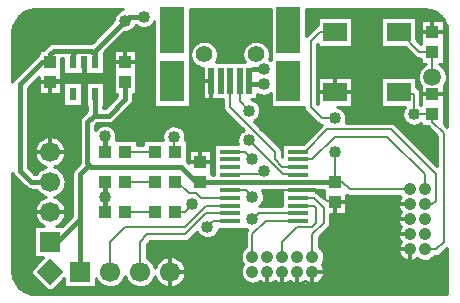
<source format=gbr>
G04 DipTrace Beta 2.9.0.0*
G04 Top.gbr*
%MOIN*%
G04 #@! TF.FileFunction,Copper,L1,Top*
G04 #@! TF.Part,Single*
%AMOUTLINE0*5,1,4,0,0,0.088583,-2E-6.0*%
G04 #@! TA.AperFunction,Conductor,NotC*
%ADD13C,0.015*%
%ADD14C,0.008*%
G04 #@! TA.AperFunction,CopperBalancing*
%ADD15C,0.01*%
%ADD16C,0.012008*%
G04 #@! TA.AperFunction,SMDPad,CuDef*
%ADD17R,0.03937X0.043307*%
%ADD18R,0.043307X0.03937*%
%ADD19R,0.019685X0.088583*%
%ADD20R,0.080709X0.137795*%
%ADD21R,0.080709X0.153543*%
G04 #@! TA.AperFunction,ComponentPad*
%ADD22C,0.055118*%
%ADD23C,0.042*%
%ADD24R,0.066929X0.066929*%
%ADD25C,0.066929*%
G04 #@! TA.AperFunction,SMDPad,CuDef*
%ADD26R,0.07874X0.062992*%
%ADD27R,0.070866X0.015748*%
%ADD29R,0.023622X0.043307*%
G04 #@! TA.AperFunction,ComponentPad*
%ADD30C,0.059055*%
G04 #@! TA.AperFunction,ViaPad*
%ADD31C,0.04*%
G04 #@! TA.AperFunction,ComponentPad*
%ADD67OUTLINE0*%
%FSLAX26Y26*%
G04*
G70*
G90*
G75*
G01*
G04 Top*
%LPD*%
X228346Y397638D2*
D13*
X347638D1*
X350000Y400000D1*
X228346Y397638D2*
X0D1*
X-97638D1*
X-100000Y400000D1*
X-112500D1*
X-162500Y450000D1*
X-462500D1*
X-468996Y456496D1*
X-475000Y462500D1*
Y600000D1*
X-454576Y620424D1*
X-450000Y625000D1*
Y693701D1*
X-454576Y620424D2*
X-404576D1*
X-350000Y675000D1*
Y733071D1*
X-500000Y100000D2*
Y275382D1*
Y425492D1*
X-468996Y456496D1*
X-600000Y200000D2*
X-575382D1*
X-500000Y275382D1*
X350000Y400000D2*
D14*
X375000D1*
X400000Y375000D1*
X600000D1*
X350000Y400000D2*
Y500000D1*
Y612500D2*
X306346D1*
X268778Y650068D1*
Y868841D1*
X299937Y900000D1*
X350197D1*
X-524803Y800000D2*
D13*
Y825197D1*
X-512500Y837500D1*
X-462500D1*
X-450000Y825000D1*
Y800000D1*
X-600000D2*
Y825000D1*
X-587500Y837500D1*
X-512500D1*
X-416929Y300000D2*
Y348180D1*
Y400000D1*
Y500000D2*
Y551820D1*
Y400000D2*
D3*
X-600000Y800000D2*
X-625000D1*
X-700000Y725000D1*
Y437500D1*
X-662500Y400000D1*
X-600000D1*
X-416929Y300000D2*
D3*
X63484Y737500D2*
D14*
Y763197D1*
X75287Y775000D1*
D13*
X112500D1*
X-287500Y950000D2*
X-337500D1*
X-350000Y937500D1*
X-450000Y837500D1*
Y800000D1*
X62500Y725000D2*
X112500D1*
X228346Y372047D2*
D14*
X290453D1*
X325000Y337500D1*
X345571D1*
X350000Y333071D1*
X-487402Y800000D2*
D13*
Y762598D1*
X-512500Y737500D1*
X-595571D1*
X-600000Y733071D1*
X228346Y372047D2*
D14*
X172047D1*
X150000Y350000D1*
X350197Y700000D2*
X312533D1*
X675000Y833071D2*
Y750000D1*
X0Y500000D2*
X50000D1*
X75000Y475000D1*
X675000Y833071D2*
X630660D1*
X562795Y900936D1*
Y900000D1*
X675000Y625000D2*
Y600000D1*
X712500Y562500D1*
Y200000D1*
X687500Y175000D1*
X650000D1*
X0Y423228D2*
Y425000D1*
X100000D1*
X112500Y437500D1*
X612500Y625000D2*
Y693823D1*
X556618D1*
X562795Y700000D1*
X606379Y625000D2*
X675000D1*
X228346Y500000D2*
X250000D1*
X325000Y575000D1*
X537500D1*
X687500Y425000D1*
Y337500D1*
X675000Y325000D1*
X650000D1*
X228346Y474409D2*
X274409D1*
X350000Y550000D1*
X525000D1*
X650000Y425000D1*
Y375000D1*
X0Y372047D2*
X52953D1*
X75000Y350000D1*
X-187500Y550000D2*
Y504429D1*
X-183071Y500000D1*
X0Y346457D2*
X-96457D1*
X-112500Y362500D1*
X-137500D1*
X-175000Y400000D1*
X-183071D1*
X0Y269685D2*
X-55315D1*
X-75000Y250000D1*
X-125000Y325000D2*
X-150000Y300000D1*
X-183071D1*
X-350000Y500000D2*
X-250000D1*
X-350000Y400000D2*
X-250000D1*
X-350000Y300000D2*
X-250000D1*
X228346Y346457D2*
X278543D1*
X312500Y312500D1*
Y262500D1*
X275000Y225000D1*
Y150000D1*
X0Y320866D2*
X-79134D1*
X-150000Y250000D1*
X-350000D1*
X-400000Y200000D1*
Y100000D1*
X228346Y295276D2*
X95276D1*
X75000Y275000D1*
X228354Y269685D2*
X119685D1*
X75000Y225000D1*
Y150000D1*
X228346Y320866D2*
X279134D1*
X287500Y312500D1*
Y262500D1*
X275000Y250000D1*
X225000D1*
X175000Y200000D1*
Y150000D1*
X0Y295276D2*
X-79724D1*
X-150000Y225000D1*
X-275000D1*
X-300000Y200000D1*
Y100000D1*
X31988Y737500D2*
Y668012D1*
X62500Y637500D1*
Y537962D2*
X175462Y425000D1*
X226575D1*
X228346Y423228D1*
Y448819D2*
X227165Y450000D1*
X175000D1*
X150000Y475000D1*
Y500000D1*
X492Y649508D1*
Y737500D1*
D31*
X350000Y500000D3*
Y612500D3*
X-416929Y551820D3*
Y348180D3*
D3*
X112500Y775000D3*
X-287500Y950000D3*
X112500Y725000D3*
X-350000Y937500D3*
X75000Y475000D3*
D3*
X112500Y437500D3*
X612500Y625000D3*
X75000Y350000D3*
X-187500Y550000D3*
X-75000Y250000D3*
X-125000Y325000D3*
X75000Y275000D3*
X62500Y637500D3*
Y537962D3*
X-100000Y537500D3*
X-600000Y662500D3*
X350000Y262500D3*
X-350000Y875000D3*
X-87500Y906251D3*
X150000Y350000D3*
X312533Y800084D3*
X-600000Y925000D3*
X475000Y700000D3*
X675000Y950000D3*
X187500Y625000D3*
X-300000Y562500D3*
Y662500D3*
X-685484Y965131D2*
D15*
X-377641D1*
X-133609D2*
X134703D1*
X254203D2*
X685484D1*
X-698766Y955262D2*
X-384984D1*
X-133609D2*
X134703D1*
X254203D2*
X698766D1*
X-707672Y945394D2*
X-388578D1*
X-133609D2*
X134703D1*
X254203D2*
X291422D1*
X408891D2*
X504078D1*
X621547D2*
X707672D1*
X-714547Y935525D2*
X-389516D1*
X-133609D2*
X134703D1*
X254203D2*
X291422D1*
X408891D2*
X504078D1*
X621547D2*
X635953D1*
X-718609Y925656D2*
X-399516D1*
X-133609D2*
X134703D1*
X254203D2*
X291422D1*
X408891D2*
X504078D1*
X621547D2*
X635953D1*
X-721734Y915787D2*
X-409359D1*
X-317359D2*
X-305922D1*
X-269078D2*
X-253109D1*
X-133609D2*
X134703D1*
X254203D2*
X282984D1*
X408891D2*
X504078D1*
X621547D2*
X635953D1*
X714047D2*
X721734D1*
X-722984Y905919D2*
X-419203D1*
X-327203D2*
X-253109D1*
X-133609D2*
X134703D1*
X254203D2*
X273141D1*
X408891D2*
X504078D1*
X621547D2*
X635953D1*
X714047D2*
X722984D1*
X-723922Y896050D2*
X-429047D1*
X-353766D2*
X-253109D1*
X-133609D2*
X134703D1*
X254203D2*
X263297D1*
X408891D2*
X504078D1*
X621547D2*
X635953D1*
X714047D2*
X723922D1*
X-723922Y886181D2*
X-438891D1*
X-363766D2*
X-253109D1*
X-133609D2*
X134703D1*
X408891D2*
X504078D1*
X621547D2*
X635953D1*
X714047D2*
X723922D1*
X-723922Y876312D2*
X-448734D1*
X-373609D2*
X-253109D1*
X-133609D2*
X134703D1*
X408891D2*
X504078D1*
X621547D2*
X635953D1*
X714047D2*
X723922D1*
X-723922Y866444D2*
X-458734D1*
X-383453D2*
X-253109D1*
X-133609D2*
X-107016D1*
X-65172D2*
X66266D1*
X107953D2*
X134703D1*
X408891D2*
X504078D1*
X629984D2*
X635953D1*
X714047D2*
X723922D1*
X-723922Y856575D2*
X-606078D1*
X-393297D2*
X-253109D1*
X-133609D2*
X-120453D1*
X-51734D2*
X52672D1*
X121547D2*
X134703D1*
X408891D2*
X504078D1*
X714047D2*
X723922D1*
X-723922Y846706D2*
X-615922D1*
X-403141D2*
X-253109D1*
X-133609D2*
X-127652D1*
X-44547D2*
X45641D1*
X128578D2*
X134703D1*
X292172D2*
X584391D1*
X714047D2*
X723922D1*
X-723922Y836837D2*
X-639047D1*
X-412984D2*
X-389047D1*
X-310953D2*
X-253109D1*
X-40641D2*
X41734D1*
X292172D2*
X594234D1*
X714047D2*
X723922D1*
X-723922Y826969D2*
X-639047D1*
X-418766D2*
X-389047D1*
X-310953D2*
X-253109D1*
X-39234D2*
X40172D1*
X292172D2*
X604078D1*
X714047D2*
X723922D1*
X-723922Y817100D2*
X-645453D1*
X-418766D2*
X-389047D1*
X-310953D2*
X-253109D1*
X-39859D2*
X40797D1*
X292172D2*
X613922D1*
X714047D2*
X723922D1*
X-723922Y807231D2*
X-655453D1*
X-418766D2*
X-389047D1*
X-310953D2*
X-253109D1*
X-42828D2*
X43766D1*
X292172D2*
X635953D1*
X714047D2*
X723922D1*
X-723922Y797362D2*
X-665297D1*
X-418766D2*
X-389047D1*
X-310953D2*
X-253109D1*
X-133609D2*
X-123891D1*
X292172D2*
X635953D1*
X714047D2*
X723922D1*
X-723922Y787493D2*
X-675141D1*
X-418766D2*
X-389047D1*
X-310953D2*
X-253109D1*
X-133609D2*
X-113578D1*
X292172D2*
X644234D1*
X705766D2*
X723922D1*
X-723922Y777625D2*
X-684984D1*
X-418766D2*
X-389047D1*
X-310953D2*
X-253109D1*
X-133609D2*
X-91703D1*
X292172D2*
X634859D1*
X715141D2*
X723922D1*
X-723922Y767756D2*
X-694828D1*
X-418766D2*
X-389047D1*
X-310953D2*
X-253109D1*
X-133609D2*
X-91703D1*
X292172D2*
X629547D1*
X-723922Y757887D2*
X-704672D1*
X-560953D2*
X-389047D1*
X-310953D2*
X-253109D1*
X-133609D2*
X-91703D1*
X292172D2*
X626734D1*
X-723922Y748018D2*
X-714672D1*
X-560953D2*
X-389047D1*
X-310953D2*
X-253109D1*
X-133609D2*
X-91703D1*
X408891D2*
X504078D1*
X-649234Y738150D2*
X-639047D1*
X-560953D2*
X-389047D1*
X-310953D2*
X-253109D1*
X-133609D2*
X-91703D1*
X408891D2*
X504078D1*
X621547D2*
X627671D1*
X-659078Y728281D2*
X-639047D1*
X-493609D2*
X-481234D1*
X-418766D2*
X-389047D1*
X-310953D2*
X-253109D1*
X-133609D2*
X-91703D1*
X408891D2*
X504078D1*
X621547D2*
X631266D1*
X718734D2*
X723886D1*
X-668922Y718412D2*
X-639047D1*
X-493609D2*
X-481234D1*
X-418766D2*
X-389047D1*
X-310953D2*
X-253109D1*
X-133609D2*
X-91703D1*
X408891D2*
X504078D1*
X621547D2*
X635953D1*
X714047D2*
X723922D1*
X-673141Y708543D2*
X-639047D1*
X-493609D2*
X-481234D1*
X-418766D2*
X-389047D1*
X-310953D2*
X-253109D1*
X-133609D2*
X-91703D1*
X408891D2*
X504078D1*
X630297D2*
X635953D1*
X714047D2*
X723922D1*
X-673141Y698675D2*
X-639047D1*
X-493609D2*
X-481234D1*
X-418766D2*
X-389047D1*
X-310953D2*
X-253109D1*
X-133609D2*
X-91703D1*
X408891D2*
X504078D1*
X714047D2*
X723922D1*
X-673141Y688806D2*
X-556078D1*
X-493609D2*
X-481234D1*
X-418766D2*
X-376859D1*
X-323141D2*
X-253109D1*
X-133609D2*
X-91703D1*
X92797D2*
X98615D1*
X126234D2*
X134703D1*
X408891D2*
X504078D1*
X714047D2*
X723922D1*
X-673141Y678937D2*
X-556078D1*
X-493609D2*
X-481234D1*
X-418766D2*
X-383734D1*
X-323141D2*
X-253109D1*
X-133609D2*
X-91703D1*
X92797D2*
X134703D1*
X408891D2*
X504078D1*
X714047D2*
X723922D1*
X-673141Y669068D2*
X-556078D1*
X-493609D2*
X-481234D1*
X-418766D2*
X-393578D1*
X-323766D2*
X-253109D1*
X-133609D2*
X-22953D1*
X85297D2*
X134703D1*
X408891D2*
X504078D1*
X714047D2*
X723922D1*
X-673141Y659199D2*
X-556078D1*
X-493609D2*
X-481234D1*
X-418766D2*
X-403422D1*
X-328453D2*
X-253109D1*
X-133609D2*
X-22953D1*
X95141D2*
X134703D1*
X408891D2*
X504078D1*
X714047D2*
X723922D1*
X-673141Y649331D2*
X-476859D1*
X-423141D2*
X-413266D1*
X-337984D2*
X-22953D1*
X99984D2*
X245328D1*
X361859D2*
X581734D1*
X714047D2*
X723922D1*
X-673141Y639462D2*
X-476859D1*
X-347984D2*
X-20453D1*
X101859D2*
X247984D1*
X378266D2*
X575953D1*
X714047D2*
X723922D1*
X-673141Y629593D2*
X-482953D1*
X-357828D2*
X-12328D1*
X101078D2*
X256578D1*
X385453D2*
X573453D1*
X714047D2*
X723922D1*
X-673141Y619724D2*
X-492953D1*
X-367672D2*
X-2328D1*
X97484D2*
X266422D1*
X388734D2*
X573453D1*
X714047D2*
X723922D1*
X-673141Y609856D2*
X-499984D1*
X-377516D2*
X7516D1*
X90141D2*
X276266D1*
X389359D2*
X576266D1*
X714047D2*
X723922D1*
X-673141Y599987D2*
X-501859D1*
X-387672D2*
X17359D1*
X82641D2*
X286266D1*
X387328D2*
X582359D1*
X714047D2*
X723922D1*
X-673141Y590118D2*
X-501859D1*
X-447203D2*
X-420609D1*
X-413354D2*
X27203D1*
X92484D2*
X304703D1*
X554984D2*
X595484D1*
X629516D2*
X635953D1*
X717484D2*
X723867D1*
X-673141Y580249D2*
X-501859D1*
X-390172D2*
X-212172D1*
X-162828D2*
X37047D1*
X102484D2*
X297516D1*
X564984D2*
X662047D1*
X-673141Y570381D2*
X-501859D1*
X-382359D2*
X-221078D1*
X-153922D2*
X40953D1*
X112328D2*
X287672D1*
X574828D2*
X671891D1*
X-673141Y560512D2*
X-501859D1*
X-378609D2*
X-225453D1*
X-149547D2*
X30484D1*
X122172D2*
X277828D1*
X584672D2*
X681891D1*
X-673141Y550643D2*
X-612172D1*
X-587828D2*
X-501859D1*
X-377516D2*
X-226859D1*
X-148141D2*
X25328D1*
X132016D2*
X267984D1*
X594516D2*
X689078D1*
X-673141Y540774D2*
X-633109D1*
X-566891D2*
X-501859D1*
X-379234D2*
X-225766D1*
X-149234D2*
X23141D1*
X141859D2*
X258141D1*
X604359D2*
X689078D1*
X-673141Y530906D2*
X-642641D1*
X-557359D2*
X-501859D1*
X-308922D2*
X-291078D1*
X-142047D2*
X23766D1*
X151703D2*
X248297D1*
X614203D2*
X689078D1*
X-673141Y521037D2*
X-648422D1*
X-551578D2*
X-501859D1*
X-142047D2*
X-54828D1*
X161703D2*
X173453D1*
X624203D2*
X689078D1*
X-673141Y511168D2*
X-651703D1*
X-548297D2*
X-501859D1*
X-142047D2*
X-54828D1*
X634047D2*
X689078D1*
X-673141Y501299D2*
X-652797D1*
X-547203D2*
X-501859D1*
X-60953D2*
X-54828D1*
X643891D2*
X689078D1*
X-673141Y491430D2*
X-652172D1*
X-547828D2*
X-501859D1*
X-60953D2*
X-54828D1*
X653734D2*
X689078D1*
X-673141Y481562D2*
X-649516D1*
X-550484D2*
X-501859D1*
X-60953D2*
X-54828D1*
X663578D2*
X689078D1*
X-673141Y471693D2*
X-644516D1*
X-555484D2*
X-501859D1*
X-60953D2*
X-54828D1*
X673422D2*
X689078D1*
X-673141Y461824D2*
X-636078D1*
X-563922D2*
X-501859D1*
X-60953D2*
X-54828D1*
X683266D2*
X689078D1*
X-673141Y451955D2*
X-620453D1*
X-579547D2*
X-511078D1*
X-60953D2*
X-54828D1*
X-667047Y442087D2*
X-631234D1*
X-568766D2*
X-520922D1*
X-60953D2*
X-54828D1*
X-657047Y432218D2*
X-641703D1*
X-558297D2*
X-526078D1*
X-60953D2*
X-54828D1*
X-552203Y422349D2*
X-526859D1*
X-723922Y412480D2*
X-712641D1*
X-548609D2*
X-526859D1*
X-723922Y402612D2*
X-702797D1*
X-547203D2*
X-526859D1*
X-723922Y392743D2*
X-692797D1*
X-547672D2*
X-526859D1*
X-723922Y382874D2*
X-682953D1*
X-550016D2*
X-526859D1*
X-723922Y373005D2*
X-645297D1*
X-554703D2*
X-526859D1*
X-723922Y363136D2*
X-637484D1*
X-562516D2*
X-526859D1*
X112016D2*
X173453D1*
X294516D2*
X310953D1*
X-723922Y353268D2*
X-623422D1*
X-576578D2*
X-526859D1*
X114203D2*
X173453D1*
X304359D2*
X310953D1*
X-723922Y343399D2*
X-629359D1*
X-570641D2*
X-526859D1*
X113891D2*
X173453D1*
X389047D2*
X564234D1*
X-723922Y333530D2*
X-640609D1*
X-559391D2*
X-526859D1*
X110609D2*
X173453D1*
X389047D2*
X560484D1*
X-723922Y323661D2*
X-647172D1*
X-552828D2*
X-526859D1*
X103891D2*
X173453D1*
X389047D2*
X559703D1*
X-723922Y313793D2*
X-650922D1*
X-549078D2*
X-526859D1*
X389047D2*
X561266D1*
X-723922Y303924D2*
X-652641D1*
X-547359D2*
X-526859D1*
X389047D2*
X565797D1*
X-723922Y294055D2*
X-652484D1*
X-547516D2*
X-526859D1*
X389047D2*
X564547D1*
X-723922Y284186D2*
X-650453D1*
X-549547D2*
X-528891D1*
X335922D2*
X560641D1*
X-723922Y274318D2*
X-646078D1*
X-553922D2*
X-538734D1*
X335922D2*
X559547D1*
X-723922Y264449D2*
X-638734D1*
X-561266D2*
X-548578D1*
X335922D2*
X561109D1*
X-723922Y254580D2*
X-626078D1*
X-573922D2*
X-558422D1*
X334516D2*
X565328D1*
X-723922Y244711D2*
X-652797D1*
X327328D2*
X564859D1*
X-723922Y234843D2*
X-652797D1*
X-38766D2*
X53922D1*
X317484D2*
X560797D1*
X-723922Y224974D2*
X-652797D1*
X-117359D2*
X-105141D1*
X-44859D2*
X51578D1*
X307641D2*
X559547D1*
X-723922Y215105D2*
X-652797D1*
X-127203D2*
X-92016D1*
X-57984D2*
X51578D1*
X298422D2*
X560797D1*
X-723922Y205236D2*
X-652797D1*
X-138453D2*
X51578D1*
X298422D2*
X564859D1*
X-723922Y195367D2*
X-652797D1*
X-271891D2*
X51578D1*
X298422D2*
X565328D1*
X-723922Y185499D2*
X-652797D1*
X-276578D2*
X51578D1*
X298422D2*
X561109D1*
X-723922Y175630D2*
X-652797D1*
X-276578D2*
X44078D1*
X305922D2*
X559547D1*
X-723922Y165761D2*
X-652797D1*
X-276578D2*
X37828D1*
X312172D2*
X560641D1*
X710922D2*
X723922D1*
X-723922Y155892D2*
X-652797D1*
X-276578D2*
X35016D1*
X314984D2*
X564547D1*
X700141D2*
X723922D1*
X-723922Y146024D2*
X-625297D1*
X-275172D2*
X-224828D1*
X-175172D2*
X34859D1*
X315141D2*
X572359D1*
X677641D2*
X723922D1*
X-723922Y136155D2*
X-635141D1*
X-261891D2*
X-238109D1*
X-161891D2*
X37047D1*
X312953D2*
X592516D1*
X607484D2*
X642516D1*
X657484D2*
X723922D1*
X-723922Y126286D2*
X-644984D1*
X-254234D2*
X-245766D1*
X-154234D2*
X42516D1*
X307484D2*
X723922D1*
X-723922Y116417D2*
X-654828D1*
X-149859D2*
X38141D1*
X311859D2*
X723922D1*
X-723922Y106549D2*
X-662484D1*
X-147516D2*
X35172D1*
X314828D2*
X723922D1*
X-723297Y96680D2*
X-663422D1*
X-147203D2*
X34703D1*
X315297D2*
X723922D1*
X-722047Y86811D2*
X-658109D1*
X-148922D2*
X36891D1*
X313109D2*
X723922D1*
X-719703Y76942D2*
X-648266D1*
X-352516D2*
X-347464D1*
X-252516D2*
X-247464D1*
X-152516D2*
X42047D1*
X307953D2*
X723922D1*
X-715641Y67073D2*
X-638422D1*
X-561578D2*
X-552797D1*
X-447203D2*
X-441128D1*
X-358922D2*
X-341078D1*
X-258922D2*
X-241078D1*
X-158922D2*
X52359D1*
X297641D2*
X723922D1*
X-709547Y57205D2*
X-628578D1*
X-571422D2*
X-552797D1*
X-447203D2*
X-430297D1*
X-369703D2*
X-330297D1*
X-269703D2*
X-230297D1*
X-169703D2*
X723922D1*
X-702047Y47336D2*
X-618578D1*
X-581422D2*
X723922D1*
X-689234Y37467D2*
X-603422D1*
X-596667D2*
X723922D1*
X-667047Y27598D2*
X723922D1*
X713077Y651764D2*
Y593639D1*
X724974Y581694D1*
X725000Y898343D1*
X722230Y919406D1*
X714765Y937395D1*
X713077Y937045D1*
Y793025D1*
X697296D1*
X698170Y791946D1*
X702413Y789304D1*
X706357Y786235D1*
X709961Y782772D1*
X713184Y778953D1*
X715992Y774819D1*
X718354Y770414D1*
X720244Y765788D1*
X721643Y760990D1*
X722533Y756072D1*
X722920Y750000D1*
X722659Y745009D1*
X721880Y740072D1*
X720591Y735244D1*
X718806Y730576D1*
X716545Y726119D1*
X713146Y721070D1*
X713077Y659975D1*
X713046Y651883D1*
X658546Y584954D2*
X636923D1*
Y595423D1*
X631873Y591854D1*
X627404Y589619D1*
X622683Y587983D1*
X617789Y586974D1*
X612806Y586609D1*
X607818Y586894D1*
X602909Y587825D1*
X598162Y589386D1*
X593659Y591549D1*
X589474Y594279D1*
X585679Y597530D1*
X582339Y601246D1*
X579510Y605364D1*
X577239Y609814D1*
X575565Y614522D1*
X574517Y619408D1*
X574113Y624388D1*
X574358Y629378D1*
X575250Y634294D1*
X576772Y639053D1*
X578900Y643574D1*
X583509Y650049D1*
X505033Y650112D1*
Y749888D1*
X620558D1*
Y714732D1*
X626267Y711483D1*
X629836Y707997D1*
X632544Y703806D1*
X634257Y699120D1*
X634892Y693823D1*
X635033Y656084D1*
X636836Y654589D1*
X636923Y665046D1*
Y720915D1*
X633729Y725649D1*
X631417Y730079D1*
X629579Y734727D1*
X628236Y739541D1*
X627401Y744468D1*
X627083Y749456D1*
X627287Y754449D1*
X628010Y759395D1*
X629244Y764238D1*
X630976Y768926D1*
X633187Y773408D1*
X635852Y777636D1*
X638943Y781563D1*
X642427Y785146D1*
X646264Y788348D1*
X652485Y792228D1*
X648077Y793025D1*
X636923D1*
Y810681D1*
X630660Y810679D1*
X625702Y811235D1*
X620989Y812875D1*
X616646Y815628D1*
X604220Y827844D1*
X582012Y850051D1*
X505033Y850112D1*
Y949888D1*
X620558D1*
Y874732D1*
X636855Y858544D1*
X637079Y873116D1*
X636923Y878954D1*
Y940045D1*
X712704D1*
X702880Y952882D1*
X687391Y964767D1*
X669354Y972236D1*
X648373Y974997D1*
X253136Y974987D1*
Y884830D1*
X284103Y915834D1*
X288143Y919015D1*
X290100Y920097D1*
X292435Y925112D1*
Y949888D1*
X407959D1*
Y850112D1*
X292435D1*
Y860893D1*
X291170Y858841D1*
Y659310D1*
X292435Y658112D1*
Y749888D1*
X407959D1*
Y650112D1*
X357678D1*
X363768Y648339D1*
X368305Y646247D1*
X372533Y643584D1*
X376379Y640394D1*
X379778Y636732D1*
X382673Y632660D1*
X385014Y628246D1*
X386763Y623566D1*
X387889Y618698D1*
X388392Y612500D1*
X388067Y607514D1*
X387097Y602613D1*
X385293Y597458D1*
X537500Y597392D1*
X542459Y596836D1*
X547171Y595196D1*
X551514Y592443D1*
X563940Y580227D1*
X690004Y454163D1*
X690108Y490000D1*
Y553281D1*
X659069Y584288D1*
X311959Y359954D2*
X311923Y371673D1*
X282169Y371746D1*
X282016Y371371D1*
X282172Y369313D1*
Y368532D1*
X288214Y366653D1*
X292557Y363900D1*
X304984Y351684D1*
X311923Y345025D1*
Y359931D1*
X388077Y356023D2*
Y293025D1*
X334921D1*
X334892Y262500D1*
X334336Y257541D1*
X332696Y252829D1*
X329943Y248486D1*
X317727Y236060D1*
X297287Y215620D1*
X297392Y182344D1*
X301723Y178942D1*
X305172Y175326D1*
X308135Y171303D1*
X310565Y166937D1*
X312423Y162299D1*
X313679Y157463D1*
X314392Y150000D1*
X314075Y145013D1*
X313130Y140107D1*
X311571Y135360D1*
X309423Y130848D1*
X305417Y125090D1*
X309173Y119594D1*
X311751Y114182D1*
X313477Y108442D1*
X314312Y102506D1*
X314189Y96007D1*
X313130Y90107D1*
X311187Y84436D1*
X308407Y79126D1*
X304853Y74299D1*
X300608Y70067D1*
X295770Y66528D1*
X290451Y63764D1*
X284774Y61840D1*
X278871Y60799D1*
X272878Y60665D1*
X266934Y61442D1*
X261178Y63113D1*
X255741Y65637D1*
X250750Y68957D1*
X249840Y69427D1*
X244913Y66012D1*
X239526Y63384D1*
X233802Y61604D1*
X227874Y60713D1*
X221880Y60732D1*
X215958Y61660D1*
X210246Y63475D1*
X204875Y66137D1*
X199994Y69563D1*
X194913Y66012D1*
X189526Y63384D1*
X183802Y61604D1*
X177874Y60713D1*
X171880Y60732D1*
X165958Y61660D1*
X160246Y63475D1*
X154875Y66137D1*
X149994Y69563D1*
X144913Y66012D1*
X139526Y63384D1*
X133802Y61604D1*
X127874Y60713D1*
X121880Y60732D1*
X115958Y61660D1*
X110246Y63475D1*
X104875Y66137D1*
X99994Y69563D1*
X95770Y66528D1*
X91365Y64168D1*
X86698Y62385D1*
X81842Y61207D1*
X76876Y60653D1*
X71880Y60732D1*
X66934Y61442D1*
X62118Y62774D1*
X57510Y64704D1*
X53182Y67202D1*
X49206Y70228D1*
X45645Y73732D1*
X42555Y77660D1*
X39988Y81946D1*
X37985Y86524D1*
X36577Y91318D1*
X35787Y96252D1*
X35628Y101246D1*
X36102Y106220D1*
X37202Y111094D1*
X38911Y115789D1*
X41200Y120231D1*
X44553Y124929D1*
X39988Y131946D1*
X37985Y136524D1*
X36577Y141318D1*
X35787Y146252D1*
X35628Y151246D1*
X36102Y156220D1*
X37202Y161094D1*
X38911Y165789D1*
X41200Y170231D1*
X44033Y174347D1*
X47364Y178071D1*
X52570Y182295D1*
X52720Y227236D1*
X53768Y232114D1*
X55966Y236762D1*
X56159Y241549D1*
X53412Y243341D1*
X-37268Y243419D1*
X-37903Y240113D1*
X-39501Y235379D1*
X-41701Y230892D1*
X-44464Y226730D1*
X-47745Y222961D1*
X-51487Y219651D1*
X-55627Y216854D1*
X-60096Y214619D1*
X-64817Y212983D1*
X-69711Y211974D1*
X-74694Y211609D1*
X-79682Y211894D1*
X-84591Y212825D1*
X-89338Y214386D1*
X-93841Y216549D1*
X-98026Y219279D1*
X-101821Y222530D1*
X-105161Y226246D1*
X-107990Y230364D1*
X-109853Y233480D1*
X-134166Y209166D1*
X-138066Y206053D1*
X-142558Y203881D1*
X-147575Y202756D1*
X-165000Y202608D1*
X-265781D1*
X-277617Y190715D1*
X-277608Y146719D1*
X-271119Y143070D1*
X-263400Y136737D1*
X-257038Y129042D1*
X-252269Y120270D1*
X-250023Y113617D1*
X-248015Y119589D1*
X-244942Y125872D1*
X-241051Y131685D1*
X-236413Y136921D1*
X-231113Y141486D1*
X-225247Y145296D1*
X-218922Y148281D1*
X-212252Y150389D1*
X-205359Y151579D1*
X-198369Y151831D1*
X-191409Y151140D1*
X-184605Y149519D1*
X-178080Y146996D1*
X-171955Y143619D1*
X-166340Y139448D1*
X-161338Y134559D1*
X-157038Y129042D1*
X-153521Y122996D1*
X-150849Y116532D1*
X-149071Y109767D1*
X-148220Y102824D1*
X-148298Y96004D1*
X-149306Y89082D1*
X-151236Y82359D1*
X-154054Y75957D1*
X-157707Y69993D1*
X-162130Y64574D1*
X-167242Y59800D1*
X-172951Y55757D1*
X-179151Y52519D1*
X-185730Y50145D1*
X-192569Y48678D1*
X-199544Y48145D1*
X-206526Y48556D1*
X-213390Y49902D1*
X-220011Y52160D1*
X-226267Y55288D1*
X-232045Y59230D1*
X-237240Y63913D1*
X-241758Y69253D1*
X-245516Y75152D1*
X-248446Y81504D1*
X-249993Y86224D1*
X-251953Y80492D1*
X-256582Y71646D1*
X-262821Y63850D1*
X-270438Y57395D1*
X-279151Y52519D1*
X-288637Y49404D1*
X-298544Y48164D1*
X-308505Y48846D1*
X-318151Y51424D1*
X-327124Y55803D1*
X-335092Y61820D1*
X-341758Y69253D1*
X-346877Y77826D1*
X-349937Y86175D1*
X-351953Y80492D1*
X-356582Y71646D1*
X-362821Y63850D1*
X-370438Y57395D1*
X-379151Y52519D1*
X-388637Y49404D1*
X-398544Y48164D1*
X-408505Y48846D1*
X-418151Y51424D1*
X-427124Y55803D1*
X-435092Y61820D1*
X-441758Y69253D1*
X-446877Y77826D1*
X-448135Y80855D1*
X-448143Y48143D1*
X-551857D1*
Y77987D1*
X-586995Y42703D1*
X-590965Y39689D1*
X-595598Y37851D1*
X-600555Y37325D1*
X-605471Y38149D1*
X-610898Y40893D1*
X-620076Y49775D1*
X-657297Y86995D1*
X-660311Y90965D1*
X-662149Y95598D1*
X-662675Y100555D1*
X-661851Y105471D1*
X-659107Y110898D1*
X-650225Y120076D1*
X-622052Y148250D1*
X-651857Y148143D1*
Y251857D1*
X-619200D1*
X-625400Y254790D1*
X-631253Y258619D1*
X-636538Y263202D1*
X-641157Y268453D1*
X-645028Y274279D1*
X-648080Y280573D1*
X-650257Y287220D1*
X-651520Y294100D1*
X-651845Y301087D1*
X-651227Y308055D1*
X-649677Y314875D1*
X-647224Y321426D1*
X-643911Y327586D1*
X-639799Y333244D1*
X-634963Y338298D1*
X-629491Y342655D1*
X-623482Y346235D1*
X-617046Y348975D1*
X-613734Y350003D1*
X-622743Y353397D1*
X-631253Y358619D1*
X-638604Y365376D1*
X-644524Y373416D1*
X-645000Y374108D1*
X-662500D1*
X-667469Y374589D1*
X-672253Y376015D1*
X-676675Y378333D1*
X-680809Y381691D1*
X-718309Y419191D1*
X-721482Y423045D1*
X-723499Y426664D1*
X-724999Y428688D1*
X-725000Y101682D1*
X-722230Y80594D1*
X-714764Y62605D1*
X-702879Y47117D1*
X-687390Y35232D1*
X-669353Y27762D1*
X-648372Y25001D1*
X724903Y25000D1*
X725000Y120000D1*
X724798Y180631D1*
X703334Y159166D1*
X699434Y156053D1*
X694942Y153881D1*
X689925Y152756D1*
X682344Y152608D1*
X678510Y147817D1*
X674840Y144427D1*
X670770Y141528D1*
X666365Y139168D1*
X661698Y137385D1*
X656842Y136207D1*
X651876Y135653D1*
X646880Y135732D1*
X641934Y136442D1*
X637118Y137774D1*
X632510Y139704D1*
X628182Y142202D1*
X624840Y144427D1*
X619913Y141012D1*
X614526Y138384D1*
X608802Y136604D1*
X602874Y135713D1*
X596880Y135732D1*
X590958Y136660D1*
X585246Y138475D1*
X579875Y141137D1*
X574970Y144582D1*
X570645Y148732D1*
X566999Y153490D1*
X564117Y158747D1*
X562067Y164379D1*
X560894Y170258D1*
X560628Y176246D1*
X561272Y182205D1*
X562814Y187998D1*
X565217Y193489D1*
X568425Y198553D1*
X569563Y200003D1*
X565950Y205193D1*
X563339Y210589D1*
X561577Y216318D1*
X560704Y222248D1*
X560742Y228242D1*
X561688Y234161D1*
X563522Y239868D1*
X566200Y245231D1*
X569563Y250003D1*
X565950Y255193D1*
X563339Y260589D1*
X561577Y266318D1*
X560704Y272248D1*
X560742Y278242D1*
X561688Y284161D1*
X563522Y289868D1*
X566200Y295231D1*
X569563Y300003D1*
X565950Y305193D1*
X563339Y310589D1*
X561577Y316318D1*
X560704Y322248D1*
X560742Y328242D1*
X561688Y334161D1*
X563522Y339868D1*
X566200Y345231D1*
X569563Y350003D1*
X565000Y352608D1*
X400000D1*
X395041Y353164D1*
X390197Y354886D1*
X388238Y355966D1*
X-61923Y426764D2*
X-57638Y423530D1*
X-53732D1*
X-53825Y475085D1*
Y526266D1*
X26019D1*
X24517Y532369D1*
X24113Y537350D1*
X24358Y542340D1*
X25250Y547256D1*
X26772Y552015D1*
X28900Y556536D1*
X31597Y560742D1*
X34817Y564563D1*
X38506Y567932D1*
X42601Y570795D1*
X45778Y572555D1*
X-15342Y633674D1*
X-18455Y637574D1*
X-20627Y642065D1*
X-21751Y647083D1*
X-21900Y664508D1*
Y674664D1*
X-37769Y674816D1*
X-59238Y674972D1*
X-61265Y674816D1*
X-90735D1*
Y779285D1*
X-98776Y780845D1*
X-103499Y782481D1*
X-108016Y784619D1*
X-112273Y787236D1*
X-116222Y790299D1*
X-119814Y793773D1*
X-123008Y797617D1*
X-125766Y801785D1*
X-128055Y806227D1*
X-129848Y810892D1*
X-131123Y815724D1*
X-131867Y820666D1*
X-132069Y825660D1*
X-131728Y830646D1*
X-130847Y835565D1*
X-129437Y840360D1*
X-127515Y844973D1*
X-125104Y849350D1*
X-122231Y853439D1*
X-118931Y857192D1*
X-115243Y860565D1*
X-111211Y863517D1*
X-106882Y866014D1*
X-102307Y868026D1*
X-97541Y869529D1*
X-92640Y870506D1*
X-87662Y870945D1*
X-82665Y870841D1*
X-77710Y870194D1*
X-72854Y869014D1*
X-68154Y867312D1*
X-63668Y865111D1*
X-59447Y862436D1*
X-55541Y859317D1*
X-51998Y855794D1*
X-48858Y851906D1*
X-46158Y847700D1*
X-43931Y843226D1*
X-42204Y838537D1*
X-40996Y833687D1*
X-40171Y825020D1*
X-40443Y820030D1*
X-41255Y815098D1*
X-42597Y810285D1*
X-44455Y805645D1*
X-47597Y800074D1*
X-34735Y800183D1*
X28727Y800027D1*
X35250Y800183D1*
X48531D1*
X45173Y806227D1*
X43381Y810892D1*
X42105Y815724D1*
X41362Y820666D1*
X41160Y825660D1*
X41501Y830646D1*
X42381Y835565D1*
X43791Y840360D1*
X45713Y844973D1*
X48125Y849350D1*
X50998Y853439D1*
X54297Y857192D1*
X57985Y860565D1*
X62018Y863517D1*
X66347Y866014D1*
X70921Y868026D1*
X75687Y869529D1*
X80589Y870506D1*
X85567Y870945D1*
X90563Y870841D1*
X95519Y870194D1*
X100375Y869014D1*
X105074Y867312D1*
X109560Y865111D1*
X113781Y862436D1*
X117687Y859317D1*
X121231Y855794D1*
X124371Y851906D1*
X127070Y847700D1*
X129297Y843226D1*
X131024Y838537D1*
X132233Y833687D1*
X133057Y825020D1*
X132786Y820030D1*
X131974Y815098D1*
X130108Y808980D1*
X135033Y806084D1*
X135634Y805586D1*
X135800Y824790D1*
X135643Y854659D1*
Y975128D1*
X108690Y974999D1*
X-134659Y974987D1*
X-134815Y809659D1*
X-134659Y779790D1*
Y650210D1*
X-252152D1*
X-251996Y824790D1*
X-252152Y854659D1*
Y935128D1*
X-254201Y930892D1*
X-256964Y926730D1*
X-260245Y922961D1*
X-263987Y919651D1*
X-268127Y916854D1*
X-272596Y914619D1*
X-277317Y912983D1*
X-282211Y911974D1*
X-287194Y911609D1*
X-292182Y911894D1*
X-297091Y912825D1*
X-301838Y914386D1*
X-306341Y916549D1*
X-310526Y919279D1*
X-314634Y922878D1*
X-316701Y918392D1*
X-319464Y914230D1*
X-322745Y910461D1*
X-326487Y907151D1*
X-330627Y904354D1*
X-335096Y902119D1*
X-339817Y900483D1*
X-344711Y899474D1*
X-351720Y899225D1*
X-419748Y831135D1*
X-419797Y759954D1*
X-555006D1*
Y811673D1*
X-562031Y811608D1*
X-561923Y772116D1*
Y693025D1*
X-638077D1*
Y750306D1*
X-674198Y714185D1*
X-674108Y610000D1*
Y448281D1*
X-651750Y425867D1*
X-644844Y425892D1*
X-642242Y430079D1*
X-635695Y437617D1*
X-627824Y443760D1*
X-618922Y448281D1*
X-613729Y449985D1*
X-620929Y452554D1*
X-627124Y455803D1*
X-632825Y459855D1*
X-637929Y464638D1*
X-642343Y470064D1*
X-645987Y476035D1*
X-648794Y482441D1*
X-650713Y489168D1*
X-651709Y496091D1*
X-651765Y503086D1*
X-650879Y510024D1*
X-649067Y516780D1*
X-646362Y523231D1*
X-642814Y529259D1*
X-638487Y534754D1*
X-633460Y539618D1*
X-627824Y543760D1*
X-621682Y547107D1*
X-615145Y549596D1*
X-608333Y551183D1*
X-601369Y551839D1*
X-594380Y551551D1*
X-587493Y550326D1*
X-580834Y548185D1*
X-574524Y545167D1*
X-568677Y541328D1*
X-563400Y536737D1*
X-558789Y531477D1*
X-554928Y525645D1*
X-551887Y519346D1*
X-549721Y512695D1*
X-548470Y505813D1*
X-548153Y499000D1*
X-548759Y492032D1*
X-550298Y485208D1*
X-552740Y478654D1*
X-556043Y472488D1*
X-560145Y466823D1*
X-564973Y461761D1*
X-570438Y457395D1*
X-576440Y453804D1*
X-582872Y451054D1*
X-586242Y450004D1*
X-579909Y447807D1*
X-571119Y443070D1*
X-563400Y436737D1*
X-557038Y429042D1*
X-552269Y420270D1*
X-549269Y410747D1*
X-548150Y400825D1*
X-548384Y395008D1*
X-550298Y385208D1*
X-554054Y375957D1*
X-559513Y367597D1*
X-566473Y360439D1*
X-574677Y354747D1*
X-583819Y350733D1*
X-586378Y350027D1*
X-579909Y347807D1*
X-573658Y344668D1*
X-567886Y340716D1*
X-562699Y336024D1*
X-558190Y330677D1*
X-554442Y324771D1*
X-551523Y318414D1*
X-549486Y311723D1*
X-548368Y304818D1*
X-548182Y298000D1*
X-548922Y291045D1*
X-550592Y284253D1*
X-553161Y277747D1*
X-556582Y271646D1*
X-560793Y266060D1*
X-565717Y261093D1*
X-571265Y256833D1*
X-577335Y253358D1*
X-580736Y251856D1*
X-560138Y251857D1*
X-525963Y286036D1*
X-525892Y425492D1*
X-525411Y430461D1*
X-523985Y435245D1*
X-521667Y439667D1*
X-518309Y443801D1*
X-500962Y461147D1*
X-500892Y567500D1*
Y600000D1*
X-500411Y604969D1*
X-498985Y609753D1*
X-496667Y614175D1*
X-493309Y618309D1*
X-475962Y635655D1*
X-475892Y653594D1*
X-480203Y653655D1*
Y733746D1*
X-419797D1*
Y653655D1*
X-424016D1*
X-424108Y646357D1*
X-415357Y646316D1*
X-375928Y685689D1*
X-375892Y692969D1*
X-388077Y693025D1*
X-387921Y773116D1*
X-388077Y778954D1*
Y840046D1*
X-311923D1*
Y693025D1*
X-323954D1*
X-324108Y675000D1*
X-324589Y670031D1*
X-326015Y665247D1*
X-328333Y660825D1*
X-331691Y656691D1*
X-386268Y602115D1*
X-390122Y598942D1*
X-394513Y596567D1*
X-399278Y595080D1*
X-404576Y594532D1*
X-443795D1*
X-449194Y589189D1*
X-449108Y572656D1*
X-444612Y578421D1*
X-440923Y581791D1*
X-436828Y584653D1*
X-432396Y586959D1*
X-427701Y588670D1*
X-422824Y589757D1*
X-417848Y590201D1*
X-412855Y589996D1*
X-407932Y589143D1*
X-403161Y587659D1*
X-398624Y585567D1*
X-394396Y582904D1*
X-390550Y579715D1*
X-387151Y576053D1*
X-384256Y571980D1*
X-381915Y567566D1*
X-380166Y562886D1*
X-379041Y558018D1*
X-378537Y551820D1*
X-378862Y546834D1*
X-379832Y541933D1*
X-381180Y537939D1*
X-365045Y538077D1*
X-309954D1*
Y522296D1*
X-290156Y522392D1*
X-290046Y538077D1*
X-223952D1*
X-225483Y544408D1*
X-225887Y549388D1*
X-225642Y554378D1*
X-224750Y559294D1*
X-223228Y564053D1*
X-221100Y568574D1*
X-218403Y572780D1*
X-215183Y576601D1*
X-211494Y579971D1*
X-207399Y582833D1*
X-202966Y585139D1*
X-198272Y586850D1*
X-193395Y587937D1*
X-188419Y588381D1*
X-183426Y588175D1*
X-178503Y587323D1*
X-173732Y585839D1*
X-169195Y583747D1*
X-164967Y581084D1*
X-161121Y577894D1*
X-157722Y574232D1*
X-154827Y570160D1*
X-152486Y565746D1*
X-150737Y561066D1*
X-149611Y556198D1*
X-149108Y550000D1*
X-149433Y545014D1*
X-151052Y538190D1*
X-143025Y538077D1*
Y467296D1*
X-138115Y462232D1*
X-138077Y506975D1*
X-61923D1*
Y426883D1*
X-633077Y840046D2*
X-621046D1*
X-618309Y843309D1*
X-605809Y855809D1*
X-601955Y858982D1*
X-597563Y861357D1*
X-592798Y862844D1*
X-587500Y863392D1*
X-462345Y863377D1*
X-457702Y866415D1*
X-388428Y935689D1*
X-388142Y941878D1*
X-387250Y946794D1*
X-385728Y951553D1*
X-383600Y956074D1*
X-380903Y960280D1*
X-377683Y964101D1*
X-373994Y967471D1*
X-369899Y970333D1*
X-365466Y972639D1*
X-357876Y974995D1*
X-648317Y975000D1*
X-669406Y972230D1*
X-687395Y964764D1*
X-702884Y952879D1*
X-714766Y937390D1*
X-722237Y919353D1*
X-724997Y898371D1*
X-724999Y731656D1*
X-722202Y738322D1*
X-718309Y743309D1*
X-643309Y818309D1*
X-640145Y820983D1*
X-638077Y824954D1*
Y840046D1*
X-633077D1*
X91719Y692839D2*
Y674816D1*
X71563D1*
X76268Y673339D1*
X80805Y671247D1*
X85033Y668584D1*
X88879Y665394D1*
X92278Y661732D1*
X95173Y657660D1*
X97514Y653246D1*
X99263Y648566D1*
X100389Y643698D1*
X100892Y637500D1*
X100567Y632514D1*
X99597Y627613D1*
X97999Y622879D1*
X95799Y618392D1*
X93036Y614230D1*
X89755Y610461D1*
X86013Y607151D1*
X81873Y604354D1*
X78940Y602887D1*
X101179Y580489D1*
X165834Y515834D1*
X168947Y511934D1*
X171119Y507442D1*
X172243Y502425D1*
X172392Y484219D1*
X174562Y482105D1*
X174678Y500675D1*
X174522Y526266D1*
X244773Y526440D1*
X308436Y590103D1*
X301388Y590664D1*
X296676Y592304D1*
X292333Y595057D1*
X279906Y607273D1*
X252944Y634235D1*
X249831Y638134D1*
X247659Y642626D1*
X246535Y647643D1*
X246386Y650224D1*
X135643Y650210D1*
Y694429D1*
X131873Y691854D1*
X127404Y689619D1*
X122683Y687983D1*
X117789Y686974D1*
X112806Y686609D1*
X107818Y686894D1*
X102909Y687825D1*
X98162Y689386D1*
X91697Y692829D1*
X174521Y317603D2*
X174678Y321542D1*
X174521Y347132D1*
Y371694D1*
X106628Y371746D1*
X110014Y365746D1*
X111763Y361066D1*
X112889Y356198D1*
X113392Y350000D1*
X113067Y345014D1*
X112097Y340113D1*
X110499Y335379D1*
X108299Y330892D1*
X105536Y326730D1*
X102255Y322961D1*
X98513Y319651D1*
X95537Y317641D1*
X174494Y317668D1*
X-550006Y733746D2*
X-494600D1*
Y653655D1*
X-555006D1*
Y733746D1*
X-550006D1*
X636942Y691929D2*
D16*
X713058D1*
X350000Y333071D2*
Y293045D1*
Y333071D2*
X388058D1*
X-100000Y506955D2*
Y466929D1*
X-138058D2*
X-61942D1*
X-600000Y733071D2*
Y693045D1*
X-638058Y733071D2*
X-561942D1*
X-350000Y840026D2*
Y800000D1*
X-388057D2*
X-311942D1*
X-62500Y737500D2*
Y674836D1*
X-90715Y737500D2*
X-62500D1*
X560627Y325000D2*
X600000D1*
X560627Y275000D2*
X600000D1*
X560627Y225000D2*
X600000D1*
Y175000D2*
Y135627D1*
X560627Y175000D2*
X600000D1*
X125000Y100000D2*
Y60627D1*
X175000Y100000D2*
Y60627D1*
X225000Y100000D2*
Y60627D1*
X275000Y100000D2*
Y60627D1*
Y100000D2*
X314373D1*
X-200000Y151837D2*
Y48163D1*
Y100000D2*
X-148163D1*
X-651837Y300000D2*
X-548163D1*
X-600000Y551837D2*
Y500000D1*
X-651837D2*
X-548163D1*
X675000Y940026D2*
Y900000D1*
X636943D2*
X713058D1*
X350197Y749868D2*
Y700000D1*
X292454D2*
X407940D1*
X228346Y372047D2*
X282152D1*
X-487402Y800000D2*
Y759974D1*
D17*
X675000Y625000D3*
Y691929D3*
X350000Y400000D3*
Y333071D3*
X-100000Y400000D3*
Y466929D3*
X-600000Y800000D3*
Y733071D3*
X-350000D3*
Y800000D3*
D18*
Y500000D3*
X-416929D3*
X-350000Y400000D3*
X-416929D3*
X-350000Y300000D3*
X-416929D3*
D19*
X63484Y737500D3*
X492D3*
X31988D3*
X-31004D3*
D20*
X-193406D3*
X194390D3*
D21*
Y904823D3*
X-193406D3*
D19*
X-62500Y737500D3*
D22*
X87106Y825020D3*
X-86122D3*
D23*
X600000Y375000D3*
X650000D3*
X600000Y325000D3*
X650000D3*
X600000Y275000D3*
X650000D3*
X600000Y225000D3*
X650000D3*
X600000Y175000D3*
X650000D3*
X75000Y100000D3*
Y150000D3*
X125000Y100000D3*
Y150000D3*
X175000Y100000D3*
Y150000D3*
X225000Y100000D3*
Y150000D3*
X275000Y100000D3*
Y150000D3*
D24*
X-500000Y100000D3*
D25*
X-400000D3*
X-300000D3*
X-200000D3*
D24*
X-600000Y200000D3*
D25*
Y300000D3*
Y400000D3*
Y500000D3*
D18*
X-250000D3*
X-183071D3*
X-250000Y400000D3*
X-183071D3*
X-250000Y300000D3*
X-183071D3*
D17*
X675000Y833071D3*
Y900000D3*
D26*
X350197D3*
X562795D3*
X350197Y700000D3*
X562795D3*
D27*
X0Y500000D3*
Y474409D3*
Y448819D3*
Y423228D3*
Y397638D3*
Y372047D3*
Y346457D3*
Y320866D3*
Y295276D3*
Y269685D3*
X228354D3*
X228346Y295276D3*
Y320866D3*
Y346457D3*
Y372047D3*
Y397638D3*
Y423228D3*
Y448819D3*
Y474409D3*
Y500000D3*
D29*
X-450000Y800000D3*
X-487402D3*
X-524803D3*
Y693701D3*
X-450000D3*
D67*
X-600000Y100000D3*
D30*
X675000Y750000D3*
M02*

</source>
